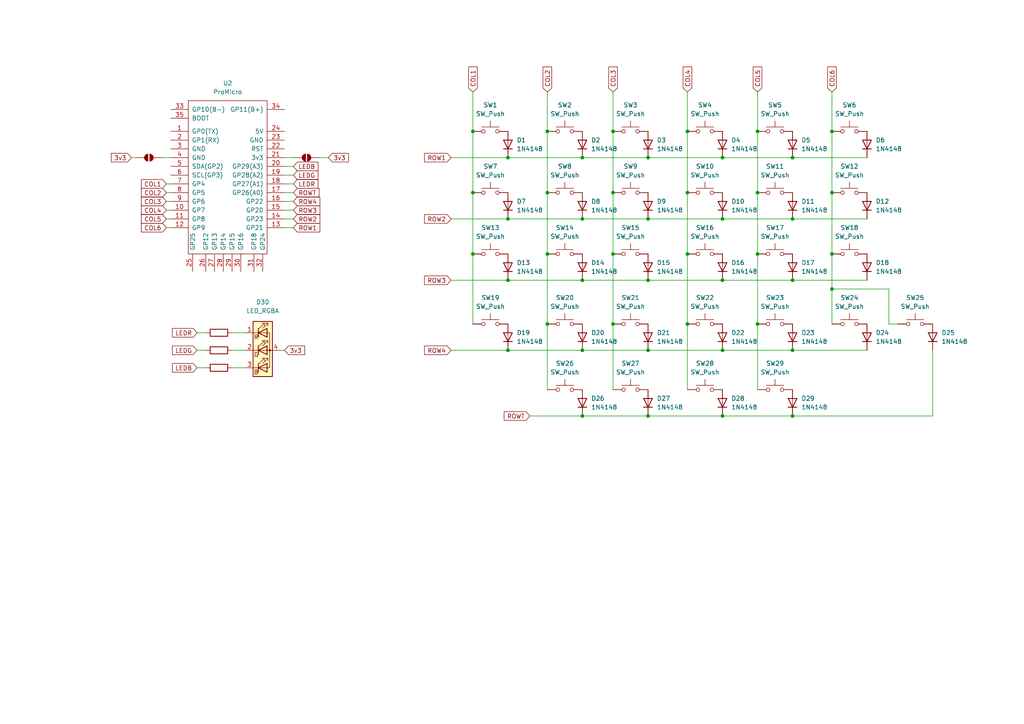
<source format=kicad_sch>
(kicad_sch (version 20250114) (generator "eeschema") (generator_version "9.0")
  (paper "A4")
  (lib_symbols
    (symbol "Device:LED_RGBA" (pin_names (offset 0) (hide yes))
      (property "Reference" "D" (at 0 9.398 0))
      (property "Value" "LED_RGBA" (at 0 -8.89 0))
      (symbol "LED_RGBA_0_0"
        (text "R" (at -1.905 3.81 0) (effects (font (size 1.27 1.27))))
        (text "G" (at -1.905 -1.27 0) (effects (font (size 1.27 1.27))))
        (text "B" (at -1.905 -6.35 0) (effects (font (size 1.27 1.27))))
      )
      (symbol "LED_RGBA_0_1"
        (polyline (pts (xy -1.27 6.35) (xy -1.27 3.81)) (stroke (width 0.254)))
        (polyline (pts (xy -1.27 6.35) (xy -1.27 3.81) (xy -1.27 3.81)))
        (polyline (pts (xy -1.27 5.08) (xy -2.54 5.08)))
        (polyline (pts (xy -1.27 5.08) (xy 1.27 5.08)))
        (polyline (pts (xy -1.27 1.27) (xy -1.27 -1.27)) (stroke (width 0.254)))
        (polyline (pts (xy -1.27 1.27) (xy -1.27 -1.27) (xy -1.27 -1.27)))
        (polyline (pts (xy -1.27 0) (xy -2.54 0)))
        (polyline (pts (xy -1.27 -3.81) (xy -1.27 -6.35)) (stroke (width 0.254)))
        (polyline (pts (xy -1.27 -5.08) (xy -2.54 -5.08)))
        (polyline (pts (xy -1.27 -5.08) (xy 1.27 -5.08)))
        (polyline (pts (xy -1.016 6.35) (xy 0.508 7.874) (xy -0.254 7.874) (xy 0.508 7.874) (xy 0.508 7.112)))
        (polyline (pts (xy -1.016 1.27) (xy 0.508 2.794) (xy -0.254 2.794) (xy 0.508 2.794) (xy 0.508 2.032)))
        (polyline (pts (xy -1.016 -3.81) (xy 0.508 -2.286) (xy -0.254 -2.286) (xy 0.508 -2.286) (xy 0.508 -3.048)))
        (polyline (pts (xy 0 6.35) (xy 1.524 7.874) (xy 0.762 7.874) (xy 1.524 7.874) (xy 1.524 7.112)))
        (polyline (pts (xy 0 1.27) (xy 1.524 2.794) (xy 0.762 2.794) (xy 1.524 2.794) (xy 1.524 2.032)))
        (polyline (pts (xy 0 -3.81) (xy 1.524 -2.286) (xy 0.762 -2.286) (xy 1.524 -2.286) (xy 1.524 -3.048)))
        (polyline (pts (xy 1.27 6.35) (xy 1.27 3.81) (xy -1.27 5.08) (xy 1.27 6.35)) (stroke (width 0.254)))
        (rectangle (start 1.27 6.35) (end 1.27 6.35))
        (rectangle (start 1.27 3.81) (end 1.27 6.35))
        (polyline (pts (xy 1.27 1.27) (xy 1.27 -1.27) (xy -1.27 0) (xy 1.27 1.27)) (stroke (width 0.254)))
        (rectangle (start 1.27 1.27) (end 1.27 1.27))
        (polyline (pts (xy 1.27 0) (xy -1.27 0)))
        (polyline (pts (xy 1.27 0) (xy 2.54 0)))
        (rectangle (start 1.27 -1.27) (end 1.27 1.27))
        (polyline (pts (xy 1.27 -3.81) (xy 1.27 -6.35) (xy -1.27 -5.08) (xy 1.27 -3.81)) (stroke (width 0.254)))
        (polyline (pts (xy 1.27 -5.08) (xy 2.032 -5.08) (xy 2.032 5.08) (xy 1.27 5.08)))
        (circle (center 2.032 0) (radius 0.254) (fill (type outline)))
        (rectangle (start 2.794 8.382) (end -2.794 -7.62) (stroke (width 0.254)) (fill (type background)))
      )
      (symbol "LED_RGBA_1_1"
        (pin passive line (at -5.08 5.08 0) (length 2.54) (name "RK") (number "1"))
        (pin passive line (at -5.08 0 0) (length 2.54) (name "GK") (number "2"))
        (pin passive line (at -5.08 -5.08 0) (length 2.54) (name "BK") (number "3"))
        (pin passive line (at 5.08 0 180) (length 2.54) (name "A") (number "4"))
      )
    )
    (symbol "Device:R" (pin_numbers (hide yes)) (pin_names (offset 0))
      (property "Reference" "R" (at 2.032 0 90))
      (property "Value" "R" (at 0 0 90))
      (symbol "R_0_1"
        (rectangle (start -1.016 -2.54) (end 1.016 2.54) (stroke (width 0.254)))
      )
      (symbol "R_1_1"
        (pin passive line (at 0 3.81 270) (length 1.27) (name "~") (number "1"))
        (pin passive line (at 0 -3.81 90) (length 1.27) (name "~") (number "2"))
      )
    )
    (symbol "Diode:1N4148" (pin_numbers (hide yes)) (pin_names (hide yes))
      (property "Reference" "D" (at 0 2.54 0))
      (property "Value" "1N4148" (at 0 -2.54 0))
      (symbol "1N4148_0_1"
        (polyline (pts (xy -1.27 1.27) (xy -1.27 -1.27)) (stroke (width 0.254)))
        (polyline (pts (xy 1.27 1.27) (xy 1.27 -1.27) (xy -1.27 0) (xy 1.27 1.27)) (stroke (width 0.254)))
        (polyline (pts (xy 1.27 0) (xy -1.27 0)))
      )
      (symbol "1N4148_1_1"
        (pin passive line (at -3.81 0 0) (length 2.54) (name "K") (number "1"))
        (pin passive line (at 3.81 0 180) (length 2.54) (name "A") (number "2"))
      )
    )
    (symbol "Jumper:SolderJumper_2_Open" (pin_numbers (hide yes)) (pin_names (offset 0) (hide yes)) (in_bom no)
      (property "Reference" "JP" (at 0 2.032 0))
      (property "Value" "SolderJumper_2_Open" (at 0 -2.54 0))
      (symbol "SolderJumper_2_Open_0_1"
        (polyline (pts (xy -0.254 1.016) (xy -0.254 -1.016)))
        (arc (start -0.254 -1.016) (mid -1.2656 0) (end -0.254 1.016))
        (arc (start -0.254 -1.016) (mid -1.2656 0) (end -0.254 1.016) (fill (type outline)))
        (arc (start 0.254 1.016) (mid 1.2656 0) (end 0.254 -1.016))
        (arc (start 0.254 1.016) (mid 1.2656 0) (end 0.254 -1.016) (fill (type outline)))
        (polyline (pts (xy 0.254 1.016) (xy 0.254 -1.016)))
      )
      (symbol "SolderJumper_2_Open_1_1"
        (pin passive line (at -3.81 0 0) (length 2.54) (name "A") (number "1"))
        (pin passive line (at 3.81 0 180) (length 2.54) (name "B") (number "2"))
      )
    )
    (symbol "Switch:SW_Push" (pin_numbers (hide yes)) (pin_names (offset 1.016) (hide yes))
      (property "Reference" "SW" (at 1.27 2.54 0))
      (property "Value" "SW_Push" (at 0 -1.524 0))
      (symbol "SW_Push_0_1"
        (circle (center -2.032 0) (radius 0.508))
        (polyline (pts (xy 0 1.27) (xy 0 3.048)))
        (circle (center 2.032 0) (radius 0.508))
        (polyline (pts (xy 2.54 1.27) (xy -2.54 1.27)))
        (pin passive line (at -5.08 0 0) (length 2.54) (name "1") (number "1"))
        (pin passive line (at 5.08 0 180) (length 2.54) (name "2") (number "2"))
      )
    )
    (symbol "theonepromicro:ProMicro_2-Lily58-cache" (pin_names (offset 1.016))
      (property "Reference" "U1" (at 0 27.2034 0))
      (property "Value" "ProMicro" (at 0 24.892 0))
      (symbol "ProMicro_2-Lily58-cache_0_1"
        (rectangle (start -11.43 22.86) (end 11.43 -21.59))
      )
      (symbol "ProMicro_2-Lily58-cache_1_1"
        (pin input line (at -16.51 20.32 0) (length 5.08) (name "GP10(B-)") (number "33"))
        (pin input line (at -16.51 17.78 0) (length 5.08) (name "BOOT") (number "35"))
        (pin input line (at -16.51 13.97 0) (length 5.08) (name "GP0(TX)") (number "1"))
        (pin input line (at -16.51 11.43 0) (length 5.08) (name "GP1(RX)") (number "2"))
        (pin input line (at -16.51 8.89 0) (length 5.08) (name "GND") (number "3"))
        (pin input line (at -16.51 6.35 0) (length 5.08) (name "GND") (number "4"))
        (pin input line (at -16.51 3.81 0) (length 5.08) (name "SDA(GP2)") (number "5"))
        (pin input line (at -16.51 1.27 0) (length 5.08) (name "SCL(GP3)") (number "6"))
        (pin input line (at -16.51 -1.27 0) (length 5.08) (name "GP4") (number "7"))
        (pin input line (at -16.51 -3.81 0) (length 5.08) (name "GP5") (number "8"))
        (pin input line (at -16.51 -6.35 0) (length 5.08) (name "GP6") (number "9"))
        (pin input line (at -16.51 -8.89 0) (length 5.08) (name "GP7") (number "10"))
        (pin input line (at -16.51 -11.43 0) (length 5.08) (name "GP8") (number "11"))
        (pin input line (at -16.51 -13.97 0) (length 5.08) (name "GP9") (number "12"))
        (pin input line (at -10.16 -26.67 90) (length 5.08) (name "GP25") (number "25"))
        (pin input line (at -6.35 -26.67 90) (length 5.08) (name "GP12") (number "26"))
        (pin input line (at -3.81 -26.67 90) (length 5.08) (name "GP13") (number "27"))
        (pin input line (at -1.27 -26.67 90) (length 5.08) (name "GP14") (number "28"))
        (pin input line (at 1.27 -26.67 90) (length 5.08) (name "GP15") (number "29"))
        (pin input line (at 3.81 -26.67 90) (length 5.08) (name "GP16") (number "30"))
        (pin input line (at 7.62 -26.67 90) (length 5.08) (name "GP18") (number "31"))
        (pin input line (at 10.16 -26.67 90) (length 5.08) (name "GP24") (number "32"))
        (pin input line (at 16.51 20.32 180) (length 5.08) (name "GP11(B+)") (number "34"))
        (pin input line (at 16.51 13.97 180) (length 5.08) (name "5V") (number "24"))
        (pin input line (at 16.51 11.43 180) (length 5.08) (name "GND") (number "23"))
        (pin input line (at 16.51 8.89 180) (length 5.08) (name "RST") (number "22"))
        (pin input line (at 16.51 6.35 180) (length 5.08) (name "3v3") (number "21"))
        (pin input line (at 16.51 3.81 180) (length 5.08) (name "GP29(A3)") (number "20"))
        (pin input line (at 16.51 1.27 180) (length 5.08) (name "GP28(A2)") (number "19"))
        (pin input line (at 16.51 -1.27 180) (length 5.08) (name "GP27(A1)") (number "18"))
        (pin input line (at 16.51 -3.81 180) (length 5.08) (name "GP26(A0)") (number "17"))
        (pin input line (at 16.51 -6.35 180) (length 5.08) (name "GP22") (number "16"))
        (pin input line (at 16.51 -8.89 180) (length 5.08) (name "GP20") (number "15"))
        (pin input line (at 16.51 -11.43 180) (length 5.08) (name "GP23") (number "14"))
        (pin input line (at 16.51 -13.97 180) (length 5.08) (name "GP21") (number "13"))
      )
    )
  )
  (junction (at 241.3 38.1))
  (junction (at 241.3 73.66))
  (junction (at 219.71 55.88))
  (junction (at 229.87 45.72))
  (junction (at 187.96 81.28))
  (junction (at 209.55 81.28))
  (junction (at 187.96 120.65))
  (junction (at 229.87 63.5))
  (junction (at 168.91 101.6))
  (junction (at 137.16 55.88))
  (junction (at 177.8 93.98))
  (junction (at 229.87 120.65))
  (junction (at 158.75 73.66))
  (junction (at 209.55 63.5))
  (junction (at 177.8 73.66))
  (junction (at 229.87 101.6))
  (junction (at 147.32 63.5))
  (junction (at 187.96 63.5))
  (junction (at 199.39 55.88))
  (junction (at 168.91 63.5))
  (junction (at 137.16 73.66))
  (junction (at 147.32 81.28))
  (junction (at 199.39 38.1))
  (junction (at 177.8 38.1))
  (junction (at 158.75 38.1))
  (junction (at 187.96 101.6))
  (junction (at 209.55 120.65))
  (junction (at 158.75 55.88))
  (junction (at 168.91 120.65))
  (junction (at 209.55 101.6))
  (junction (at 147.32 101.6))
  (junction (at 219.71 73.66))
  (junction (at 199.39 73.66))
  (junction (at 147.32 45.72))
  (junction (at 158.75 93.98))
  (junction (at 199.39 93.98))
  (junction (at 168.91 45.72))
  (junction (at 241.3 55.88))
  (junction (at 229.87 81.28))
  (junction (at 168.91 81.28))
  (junction (at 209.55 45.72))
  (junction (at 241.3 83.82))
  (junction (at 177.8 55.88))
  (junction (at 219.71 38.1))
  (junction (at 137.16 38.1))
  (junction (at 219.71 93.98))
  (junction (at 187.96 45.72))
  (wire (pts (xy 48.26 58.42) (xy 49.53 58.42)))
  (wire (pts (xy 209.55 101.6) (xy 229.87 101.6)))
  (wire (pts (xy 260.35 93.98) (xy 257.81 93.98)))
  (wire (pts (xy 147.32 45.72) (xy 168.91 45.72)))
  (wire (pts (xy 187.96 45.72) (xy 209.55 45.72)))
  (wire (pts (xy 147.32 45.72) (xy 130.81 45.72)))
  (wire (pts (xy 158.75 93.98) (xy 158.75 113.03)))
  (wire (pts (xy 67.31 101.6) (xy 71.12 101.6)))
  (wire (pts (xy 85.09 66.04) (xy 82.55 66.04)))
  (wire (pts (xy 147.32 101.6) (xy 168.91 101.6)))
  (wire (pts (xy 219.71 55.88) (xy 219.71 73.66)))
  (wire (pts (xy 187.96 101.6) (xy 209.55 101.6)))
  (wire (pts (xy 67.31 106.68) (xy 71.12 106.68)))
  (wire (pts (xy 48.26 66.04) (xy 49.53 66.04)))
  (wire (pts (xy 38.1 45.72) (xy 39.37 45.72)))
  (wire (pts (xy 199.39 93.98) (xy 199.39 113.03)))
  (wire (pts (xy 177.8 26.67) (xy 177.8 38.1)))
  (wire (pts (xy 177.8 93.98) (xy 177.8 113.03)))
  (wire (pts (xy 57.15 101.6) (xy 59.69 101.6)))
  (wire (pts (xy 209.55 81.28) (xy 229.87 81.28)))
  (wire (pts (xy 137.16 38.1) (xy 137.16 55.88)))
  (wire (pts (xy 219.71 93.98) (xy 219.71 113.03)))
  (wire (pts (xy 199.39 55.88) (xy 199.39 73.66)))
  (wire (pts (xy 241.3 26.67) (xy 241.3 38.1)))
  (wire (pts (xy 229.87 63.5) (xy 251.46 63.5)))
  (wire (pts (xy 199.39 38.1) (xy 199.39 55.88)))
  (wire (pts (xy 168.91 45.72) (xy 187.96 45.72)))
  (wire (pts (xy 209.55 63.5) (xy 229.87 63.5)))
  (wire (pts (xy 241.3 55.88) (xy 241.3 73.66)))
  (wire (pts (xy 168.91 81.28) (xy 187.96 81.28)))
  (wire (pts (xy 270.51 101.6) (xy 270.51 120.65)))
  (wire (pts (xy 85.09 53.34) (xy 82.55 53.34)))
  (wire (pts (xy 177.8 55.88) (xy 177.8 73.66)))
  (wire (pts (xy 48.26 53.34) (xy 49.53 53.34)))
  (wire (pts (xy 48.26 60.96) (xy 49.53 60.96)))
  (wire (pts (xy 147.32 81.28) (xy 168.91 81.28)))
  (wire (pts (xy 137.16 73.66) (xy 137.16 93.98)))
  (wire (pts (xy 147.32 101.6) (xy 130.81 101.6)))
  (wire (pts (xy 209.55 120.65) (xy 229.87 120.65)))
  (wire (pts (xy 257.81 83.82) (xy 241.3 83.82)))
  (wire (pts (xy 229.87 101.6) (xy 251.46 101.6)))
  (wire (pts (xy 241.3 83.82) (xy 241.3 93.98)))
  (wire (pts (xy 153.67 120.65) (xy 168.91 120.65)))
  (wire (pts (xy 95.25 45.72) (xy 92.71 45.72)))
  (wire (pts (xy 85.09 58.42) (xy 82.55 58.42)))
  (wire (pts (xy 241.3 38.1) (xy 241.3 55.88)))
  (wire (pts (xy 241.3 73.66) (xy 241.3 83.82)))
  (wire (pts (xy 229.87 81.28) (xy 251.46 81.28)))
  (wire (pts (xy 57.15 96.52) (xy 59.69 96.52)))
  (wire (pts (xy 187.96 81.28) (xy 209.55 81.28)))
  (wire (pts (xy 82.55 101.6) (xy 81.28 101.6)))
  (wire (pts (xy 199.39 73.66) (xy 199.39 93.98)))
  (wire (pts (xy 187.96 63.5) (xy 209.55 63.5)))
  (wire (pts (xy 177.8 73.66) (xy 177.8 93.98)))
  (wire (pts (xy 147.32 63.5) (xy 130.81 63.5)))
  (wire (pts (xy 85.09 55.88) (xy 82.55 55.88)))
  (wire (pts (xy 85.09 60.96) (xy 82.55 60.96)))
  (wire (pts (xy 209.55 45.72) (xy 229.87 45.72)))
  (wire (pts (xy 168.91 101.6) (xy 187.96 101.6)))
  (wire (pts (xy 57.15 106.68) (xy 59.69 106.68)))
  (wire (pts (xy 48.26 63.5) (xy 49.53 63.5)))
  (wire (pts (xy 158.75 38.1) (xy 158.75 55.88)))
  (wire (pts (xy 229.87 45.72) (xy 251.46 45.72)))
  (wire (pts (xy 46.99 45.72) (xy 49.53 45.72)))
  (wire (pts (xy 85.09 63.5) (xy 82.55 63.5)))
  (wire (pts (xy 257.81 93.98) (xy 257.81 83.82)))
  (wire (pts (xy 82.55 50.8) (xy 85.09 50.8)))
  (wire (pts (xy 177.8 38.1) (xy 177.8 55.88)))
  (wire (pts (xy 48.26 55.88) (xy 49.53 55.88)))
  (wire (pts (xy 199.39 26.67) (xy 199.39 38.1)))
  (wire (pts (xy 137.16 26.67) (xy 137.16 38.1)))
  (wire (pts (xy 85.09 48.26) (xy 82.55 48.26)))
  (wire (pts (xy 270.51 120.65) (xy 229.87 120.65)))
  (wire (pts (xy 168.91 63.5) (xy 187.96 63.5)))
  (wire (pts (xy 187.96 120.65) (xy 209.55 120.65)))
  (wire (pts (xy 147.32 81.28) (xy 130.81 81.28)))
  (wire (pts (xy 158.75 73.66) (xy 158.75 93.98)))
  (wire (pts (xy 158.75 26.67) (xy 158.75 38.1)))
  (wire (pts (xy 219.71 73.66) (xy 219.71 93.98)))
  (wire (pts (xy 85.09 45.72) (xy 82.55 45.72)))
  (wire (pts (xy 67.31 96.52) (xy 71.12 96.52)))
  (wire (pts (xy 137.16 73.66) (xy 137.16 55.88)))
  (wire (pts (xy 147.32 63.5) (xy 168.91 63.5)))
  (wire (pts (xy 187.96 120.65) (xy 168.91 120.65)))
  (wire (pts (xy 158.75 55.88) (xy 158.75 73.66)))
  (wire (pts (xy 219.71 26.67) (xy 219.71 38.1)))
  (wire (pts (xy 219.71 38.1) (xy 219.71 55.88)))
  (global_label "LEDR" (shape input) (at 85.09 53.34 0) (property "Intersheetrefs" "${INTERSHEET_REFS}" (effects (hide yes))))
  (global_label "COL5" (shape input) (at 219.71 26.67 90) (property "Intersheetrefs" "${INTERSHEET_REFS}" (effects (hide yes))))
  (global_label "ROW3" (shape input) (at 85.09 60.96 0) (property "Intersheetrefs" "${INTERSHEET_REFS}" (effects (hide yes))))
  (global_label "ROW3" (shape input) (at 130.81 81.28 180) (property "Intersheetrefs" "${INTERSHEET_REFS}" (effects (hide yes))))
  (global_label "ROW2" (shape input) (at 85.09 63.5 0) (property "Intersheetrefs" "${INTERSHEET_REFS}" (effects (hide yes))))
  (global_label "COL4" (shape input) (at 199.39 26.67 90) (property "Intersheetrefs" "${INTERSHEET_REFS}" (effects (hide yes))))
  (global_label "LEDG" (shape input) (at 57.15 101.6 180) (property "Intersheetrefs" "${INTERSHEET_REFS}" (effects (hide yes))))
  (global_label "COL6" (shape input) (at 48.26 66.04 180) (property "Intersheetrefs" "${INTERSHEET_REFS}" (effects (hide yes))))
  (global_label "LEDB" (shape input) (at 85.09 48.26 0) (property "Intersheetrefs" "${INTERSHEET_REFS}" (effects (hide yes))))
  (global_label "COL2" (shape input) (at 158.75 26.67 90) (property "Intersheetrefs" "${INTERSHEET_REFS}" (effects (hide yes))))
  (global_label "3v3" (shape input) (at 95.25 45.72 0) (property "Intersheetrefs" "${INTERSHEET_REFS}" (effects (hide yes))))
  (global_label "ROWT" (shape input) (at 153.67 120.65 180) (property "Intersheetrefs" "${INTERSHEET_REFS}" (effects (hide yes))))
  (global_label "COL1" (shape input) (at 48.26 53.34 180) (property "Intersheetrefs" "${INTERSHEET_REFS}" (effects (hide yes))))
  (global_label "COL2" (shape input) (at 48.26 55.88 180) (property "Intersheetrefs" "${INTERSHEET_REFS}" (effects (hide yes))))
  (global_label "LEDR" (shape input) (at 57.15 96.52 180) (property "Intersheetrefs" "${INTERSHEET_REFS}" (effects (hide yes))))
  (global_label "LEDB" (shape input) (at 57.15 106.68 180) (property "Intersheetrefs" "${INTERSHEET_REFS}" (effects (hide yes))))
  (global_label "COL6" (shape input) (at 241.3 26.67 90) (property "Intersheetrefs" "${INTERSHEET_REFS}" (effects (hide yes))))
  (global_label "COL3" (shape input) (at 48.26 58.42 180) (property "Intersheetrefs" "${INTERSHEET_REFS}" (effects (hide yes))))
  (global_label "ROW4" (shape input) (at 130.81 101.6 180) (property "Intersheetrefs" "${INTERSHEET_REFS}" (effects (hide yes))))
  (global_label "ROW1" (shape input) (at 85.09 66.04 0) (property "Intersheetrefs" "${INTERSHEET_REFS}" (effects (hide yes))))
  (global_label "COL1" (shape input) (at 137.16 26.67 90) (property "Intersheetrefs" "${INTERSHEET_REFS}" (effects (hide yes))))
  (global_label "3v3" (shape input) (at 38.1 45.72 180) (property "Intersheetrefs" "${INTERSHEET_REFS}" (effects (hide yes))))
  (global_label "LEDG" (shape input) (at 85.09 50.8 0) (property "Intersheetrefs" "${INTERSHEET_REFS}" (effects (hide yes))))
  (global_label "ROWT" (shape input) (at 85.09 55.88 0) (property "Intersheetrefs" "${INTERSHEET_REFS}" (effects (hide yes))))
  (global_label "ROW4" (shape input) (at 85.09 58.42 0) (property "Intersheetrefs" "${INTERSHEET_REFS}" (effects (hide yes))))
  (global_label "COL3" (shape input) (at 177.8 26.67 90) (property "Intersheetrefs" "${INTERSHEET_REFS}" (effects (hide yes))))
  (global_label "COL5" (shape input) (at 48.26 63.5 180) (property "Intersheetrefs" "${INTERSHEET_REFS}" (effects (hide yes))))
  (global_label "ROW1" (shape input) (at 130.81 45.72 180) (property "Intersheetrefs" "${INTERSHEET_REFS}" (effects (hide yes))))
  (global_label "ROW2" (shape input) (at 130.81 63.5 180) (property "Intersheetrefs" "${INTERSHEET_REFS}" (effects (hide yes))))
  (global_label "COL4" (shape input) (at 48.26 60.96 180) (property "Intersheetrefs" "${INTERSHEET_REFS}" (effects (hide yes))))
  (global_label "3v3" (shape input) (at 82.55 101.6 0) (property "Intersheetrefs" "${INTERSHEET_REFS}" (effects (hide yes))))
  (symbol (lib_id "Switch:SW_Push") (at 224.79 113.03 0) (unit 1)
    (property "Reference" "SW29" (at 224.79 105.41 0))
    (property "Value" "SW_Push" (at 224.79 107.95 0))
    (property "Footprint" "key-switches:SW_Kailh_Choc_V1V2_THT_Hybrid_doubleside" (effects (hide yes)))
    (property "Description" "Push button switch, generic, two pins" (effects (hide yes)))
  )
  (symbol (lib_id "Diode:1N4148") (at 229.87 59.69 90) (unit 1)
    (property "Reference" "D11" (at 232.41 58.4199 90) (effects (justify right)))
    (property "Value" "1N4148" (at 232.41 60.9599 90) (effects (justify right)))
    (property "Footprint" "Diode_THT:D_DO-35_SOD27_P7.62mm_Horizontal" (effects (hide yes)))
    (property "Datasheet" "https://assets.nexperia.com/documents/data-sheet/1N4148_1N4448.pdf" (effects (hide yes)))
    (property "Description" "100V 0.15A standard switching diode, DO-35" (effects (hide yes)))
    (property "Sim.Device" "D" (effects (hide yes)))
    (property "Sim.Pins" "1=K 2=A" (effects (hide yes)))
  )
  (symbol (lib_id "Diode:1N4148") (at 209.55 77.47 90) (unit 1)
    (property "Reference" "D16" (at 212.09 76.1999 90) (effects (justify right)))
    (property "Value" "1N4148" (at 212.09 78.7399 90) (effects (justify right)))
    (property "Footprint" "Diode_THT:D_DO-35_SOD27_P7.62mm_Horizontal" (effects (hide yes)))
    (property "Datasheet" "https://assets.nexperia.com/documents/data-sheet/1N4148_1N4448.pdf" (effects (hide yes)))
    (property "Description" "100V 0.15A standard switching diode, DO-35" (effects (hide yes)))
    (property "Sim.Device" "D" (effects (hide yes)))
    (property "Sim.Pins" "1=K 2=A" (effects (hide yes)))
  )
  (symbol (lib_id "Jumper:SolderJumper_2_Open") (at 43.18 45.72 180) (unit 1) (in_bom no)
    (property "Reference" "JP1" (effects (hide yes)))
    (property "Value" "SolderJumper_2_Open" (effects (hide yes)))
    (property "Footprint" "Jumper:SolderJumper-2_P1.3mm_Open_RoundedPad1.0x1.5mm" (effects (hide yes)))
    (property "Description" "Solder Jumper, 2-pole, open" (effects (hide yes)))
  )
  (symbol (lib_id "Diode:1N4148") (at 147.32 59.69 90) (unit 1)
    (property "Reference" "D7" (at 149.86 58.4199 90) (effects (justify right)))
    (property "Value" "1N4148" (at 149.86 60.9599 90) (effects (justify right)))
    (property "Footprint" "Diode_THT:D_DO-35_SOD27_P7.62mm_Horizontal" (effects (hide yes)))
    (property "Datasheet" "https://assets.nexperia.com/documents/data-sheet/1N4148_1N4448.pdf" (effects (hide yes)))
    (property "Description" "100V 0.15A standard switching diode, DO-35" (effects (hide yes)))
    (property "Sim.Device" "D" (effects (hide yes)))
    (property "Sim.Pins" "1=K 2=A" (effects (hide yes)))
  )
  (symbol (lib_id "Switch:SW_Push") (at 182.88 93.98 0) (mirror y) (unit 1)
    (property "Reference" "SW21" (at 182.88 86.36 0))
    (property "Value" "SW_Push" (at 182.88 88.9 0))
    (property "Footprint" "key-switches:SW_Kailh_Choc_V1V2_THT_Hybrid_doubleside" (effects (hide yes)))
    (property "Description" "Push button switch, generic, two pins" (effects (hide yes)))
  )
  (symbol (lib_id "Diode:1N4148") (at 187.96 97.79 90) (unit 1)
    (property "Reference" "D21" (at 190.5 96.5199 90) (effects (justify right)))
    (property "Value" "1N4148" (at 190.5 99.0599 90) (effects (justify right)))
    (property "Footprint" "Diode_THT:D_DO-35_SOD27_P7.62mm_Horizontal" (effects (hide yes)))
    (property "Datasheet" "https://assets.nexperia.com/documents/data-sheet/1N4148_1N4448.pdf" (effects (hide yes)))
    (property "Description" "100V 0.15A standard switching diode, DO-35" (effects (hide yes)))
    (property "Sim.Device" "D" (effects (hide yes)))
    (property "Sim.Pins" "1=K 2=A" (effects (hide yes)))
  )
  (symbol (lib_id "Device:R") (at 63.5 101.6 270) (mirror x) (unit 1)
    (property "Reference" "R2" (effects (hide yes)))
    (property "Value" "R" (effects (hide yes)))
    (property "Footprint" "Resistor_THT:R_Axial_DIN0204_L3.6mm_D1.6mm_P7.62mm_Horizontal" (effects (hide yes)))
    (property "Description" "Resistor" (effects (hide yes)))
  )
  (symbol (lib_id "Switch:SW_Push") (at 142.24 38.1 0) (mirror y) (unit 1)
    (property "Reference" "SW1" (at 142.24 30.48 0))
    (property "Value" "SW_Push" (at 142.24 33.02 0))
    (property "Footprint" "key-switches:SW_Kailh_Choc_V1V2_THT_Hybrid_doubleside" (effects (hide yes)))
    (property "Description" "Push button switch, generic, two pins" (effects (hide yes)))
  )
  (symbol (lib_id "Switch:SW_Push") (at 204.47 55.88 0) (mirror y) (unit 1)
    (property "Reference" "SW10" (at 204.47 48.26 0))
    (property "Value" "SW_Push" (at 204.47 50.8 0))
    (property "Footprint" "key-switches:SW_Kailh_Choc_V1V2_THT_Hybrid_doubleside" (effects (hide yes)))
    (property "Description" "Push button switch, generic, two pins" (effects (hide yes)))
  )
  (symbol (lib_id "Diode:1N4148") (at 229.87 97.79 90) (unit 1)
    (property "Reference" "D23" (at 232.41 96.5199 90) (effects (justify right)))
    (property "Value" "1N4148" (at 232.41 99.0599 90) (effects (justify right)))
    (property "Footprint" "Diode_THT:D_DO-35_SOD27_P7.62mm_Horizontal" (effects (hide yes)))
    (property "Datasheet" "https://assets.nexperia.com/documents/data-sheet/1N4148_1N4448.pdf" (effects (hide yes)))
    (property "Description" "100V 0.15A standard switching diode, DO-35" (effects (hide yes)))
    (property "Sim.Device" "D" (effects (hide yes)))
    (property "Sim.Pins" "1=K 2=A" (effects (hide yes)))
  )
  (symbol (lib_id "Switch:SW_Push") (at 182.88 38.1 0) (mirror y) (unit 1)
    (property "Reference" "SW3" (at 182.88 30.48 0))
    (property "Value" "SW_Push" (at 182.88 33.02 0))
    (property "Footprint" "key-switches:SW_Kailh_Choc_V1V2_THT_Hybrid_doubleside" (effects (hide yes)))
    (property "Description" "Push button switch, generic, two pins" (effects (hide yes)))
  )
  (symbol (lib_id "Switch:SW_Push") (at 182.88 113.03 0) (unit 1)
    (property "Reference" "SW27" (at 182.88 105.41 0))
    (property "Value" "SW_Push" (at 182.88 107.95 0))
    (property "Footprint" "key-switches:SW_Kailh_Choc_V1V2_THT_Hybrid_doubleside" (effects (hide yes)))
    (property "Description" "Push button switch, generic, two pins" (effects (hide yes)))
  )
  (symbol (lib_id "Device:R") (at 63.5 96.52 270) (mirror x) (unit 1)
    (property "Reference" "R1" (effects (hide yes)))
    (property "Value" "R" (effects (hide yes)))
    (property "Footprint" "Resistor_THT:R_Axial_DIN0204_L3.6mm_D1.6mm_P7.62mm_Horizontal" (effects (hide yes)))
    (property "Description" "Resistor" (effects (hide yes)))
  )
  (symbol (lib_id "Device:R") (at 63.5 106.68 270) (mirror x) (unit 1)
    (property "Reference" "R3" (effects (hide yes)))
    (property "Value" "R" (effects (hide yes)))
    (property "Footprint" "Resistor_THT:R_Axial_DIN0204_L3.6mm_D1.6mm_P7.62mm_Horizontal" (effects (hide yes)))
    (property "Description" "Resistor" (effects (hide yes)))
  )
  (symbol (lib_id "Diode:1N4148") (at 209.55 97.79 90) (unit 1)
    (property "Reference" "D22" (at 212.09 96.5199 90) (effects (justify right)))
    (property "Value" "1N4148" (at 212.09 99.0599 90) (effects (justify right)))
    (property "Footprint" "Diode_THT:D_DO-35_SOD27_P7.62mm_Horizontal" (effects (hide yes)))
    (property "Datasheet" "https://assets.nexperia.com/documents/data-sheet/1N4148_1N4448.pdf" (effects (hide yes)))
    (property "Description" "100V 0.15A standard switching diode, DO-35" (effects (hide yes)))
    (property "Sim.Device" "D" (effects (hide yes)))
    (property "Sim.Pins" "1=K 2=A" (effects (hide yes)))
  )
  (symbol (lib_id "Switch:SW_Push") (at 182.88 73.66 0) (mirror y) (unit 1)
    (property "Reference" "SW15" (at 182.88 66.04 0))
    (property "Value" "SW_Push" (at 182.88 68.58 0))
    (property "Footprint" "key-switches:SW_Kailh_Choc_V1V2_THT_Hybrid_doubleside" (effects (hide yes)))
    (property "Description" "Push button switch, generic, two pins" (effects (hide yes)))
  )
  (symbol (lib_id "Switch:SW_Push") (at 265.43 93.98 0) (mirror y) (unit 1)
    (property "Reference" "SW25" (at 265.43 86.36 0))
    (property "Value" "SW_Push" (at 265.43 88.9 0))
    (property "Footprint" "key-switches:SW_Kailh_Choc_V1V2_THT_Hybrid_doubleside" (effects (hide yes)))
    (property "Description" "Push button switch, generic, two pins" (effects (hide yes)))
  )
  (symbol (lib_id "Diode:1N4148") (at 168.91 116.84 90) (unit 1)
    (property "Reference" "D26" (at 171.45 115.5699 90) (effects (justify right)))
    (property "Value" "1N4148" (at 171.45 118.1099 90) (effects (justify right)))
    (property "Footprint" "Diode_THT:D_DO-35_SOD27_P7.62mm_Horizontal" (effects (hide yes)))
    (property "Datasheet" "https://assets.nexperia.com/documents/data-sheet/1N4148_1N4448.pdf" (effects (hide yes)))
    (property "Description" "100V 0.15A standard switching diode, DO-35" (effects (hide yes)))
    (property "Sim.Device" "D" (effects (hide yes)))
    (property "Sim.Pins" "1=K 2=A" (effects (hide yes)))
  )
  (symbol (lib_id "Switch:SW_Push") (at 224.79 93.98 0) (mirror y) (unit 1)
    (property "Reference" "SW23" (at 224.79 86.36 0))
    (property "Value" "SW_Push" (at 224.79 88.9 0))
    (property "Footprint" "key-switches:SW_Kailh_Choc_V1V2_THT_Hybrid_doubleside" (effects (hide yes)))
    (property "Description" "Push button switch, generic, two pins" (effects (hide yes)))
  )
  (symbol (lib_id "Diode:1N4148") (at 229.87 41.91 90) (unit 1)
    (property "Reference" "D5" (at 232.41 40.6399 90) (effects (justify right)))
    (property "Value" "1N4148" (at 232.41 43.1799 90) (effects (justify right)))
    (property "Footprint" "Diode_THT:D_DO-35_SOD27_P7.62mm_Horizontal" (effects (hide yes)))
    (property "Datasheet" "https://assets.nexperia.com/documents/data-sheet/1N4148_1N4448.pdf" (effects (hide yes)))
    (property "Description" "100V 0.15A standard switching diode, DO-35" (effects (hide yes)))
    (property "Sim.Device" "D" (effects (hide yes)))
    (property "Sim.Pins" "1=K 2=A" (effects (hide yes)))
  )
  (symbol (lib_id "Diode:1N4148") (at 251.46 41.91 90) (unit 1)
    (property "Reference" "D6" (at 254 40.6399 90) (effects (justify right)))
    (property "Value" "1N4148" (at 254 43.1799 90) (effects (justify right)))
    (property "Footprint" "Diode_THT:D_DO-35_SOD27_P7.62mm_Horizontal" (effects (hide yes)))
    (property "Datasheet" "https://assets.nexperia.com/documents/data-sheet/1N4148_1N4448.pdf" (effects (hide yes)))
    (property "Description" "100V 0.15A standard switching diode, DO-35" (effects (hide yes)))
    (property "Sim.Device" "D" (effects (hide yes)))
    (property "Sim.Pins" "1=K 2=A" (effects (hide yes)))
  )
  (symbol (lib_id "Switch:SW_Push") (at 163.83 73.66 0) (mirror y) (unit 1)
    (property "Reference" "SW14" (at 163.83 66.04 0))
    (property "Value" "SW_Push" (at 163.83 68.58 0))
    (property "Footprint" "key-switches:SW_Kailh_Choc_V1V2_THT_Hybrid_doubleside" (effects (hide yes)))
    (property "Description" "Push button switch, generic, two pins" (effects (hide yes)))
  )
  (symbol (lib_id "Diode:1N4148") (at 187.96 77.47 90) (unit 1)
    (property "Reference" "D15" (at 190.5 76.1999 90) (effects (justify right)))
    (property "Value" "1N4148" (at 190.5 78.7399 90) (effects (justify right)))
    (property "Footprint" "Diode_THT:D_DO-35_SOD27_P7.62mm_Horizontal" (effects (hide yes)))
    (property "Datasheet" "https://assets.nexperia.com/documents/data-sheet/1N4148_1N4448.pdf" (effects (hide yes)))
    (property "Description" "100V 0.15A standard switching diode, DO-35" (effects (hide yes)))
    (property "Sim.Device" "D" (effects (hide yes)))
    (property "Sim.Pins" "1=K 2=A" (effects (hide yes)))
  )
  (symbol (lib_id "Diode:1N4148") (at 251.46 97.79 90) (unit 1)
    (property "Reference" "D24" (at 254 96.5199 90) (effects (justify right)))
    (property "Value" "1N4148" (at 254 99.0599 90) (effects (justify right)))
    (property "Footprint" "Diode_THT:D_DO-35_SOD27_P7.62mm_Horizontal" (effects (hide yes)))
    (property "Datasheet" "https://assets.nexperia.com/documents/data-sheet/1N4148_1N4448.pdf" (effects (hide yes)))
    (property "Description" "100V 0.15A standard switching diode, DO-35" (effects (hide yes)))
    (property "Sim.Device" "D" (effects (hide yes)))
    (property "Sim.Pins" "1=K 2=A" (effects (hide yes)))
  )
  (symbol (lib_id "Switch:SW_Push") (at 163.83 55.88 0) (mirror y) (unit 1)
    (property "Reference" "SW8" (at 163.83 48.26 0))
    (property "Value" "SW_Push" (at 163.83 50.8 0))
    (property "Footprint" "key-switches:SW_Kailh_Choc_V1V2_THT_Hybrid_doubleside" (effects (hide yes)))
    (property "Description" "Push button switch, generic, two pins" (effects (hide yes)))
  )
  (symbol (lib_id "Switch:SW_Push") (at 246.38 55.88 0) (mirror y) (unit 1)
    (property "Reference" "SW12" (at 246.38 48.26 0))
    (property "Value" "SW_Push" (at 246.38 50.8 0))
    (property "Footprint" "key-switches:SW_Kailh_Choc_V1V2_THT_Hybrid_doubleside" (effects (hide yes)))
    (property "Description" "Push button switch, generic, two pins" (effects (hide yes)))
  )
  (symbol (lib_id "Jumper:SolderJumper_2_Open") (at 88.9 45.72 0) (unit 1) (in_bom no)
    (property "Reference" "JP2" (effects (hide yes)))
    (property "Value" "SolderJumper_2_Open" (effects (hide yes)))
    (property "Footprint" "Jumper:SolderJumper-2_P1.3mm_Open_RoundedPad1.0x1.5mm" (effects (hide yes)))
    (property "Description" "Solder Jumper, 2-pole, open" (effects (hide yes)))
  )
  (symbol (lib_id "Switch:SW_Push") (at 224.79 73.66 0) (mirror y) (unit 1)
    (property "Reference" "SW17" (at 224.79 66.04 0))
    (property "Value" "SW_Push" (at 224.79 68.58 0))
    (property "Footprint" "key-switches:SW_Kailh_Choc_V1V2_THT_Hybrid_doubleside" (effects (hide yes)))
    (property "Description" "Push button switch, generic, two pins" (effects (hide yes)))
  )
  (symbol (lib_id "Diode:1N4148") (at 168.91 41.91 90) (unit 1)
    (property "Reference" "D2" (at 171.45 40.6399 90) (effects (justify right)))
    (property "Value" "1N4148" (at 171.45 43.1799 90) (effects (justify right)))
    (property "Footprint" "Diode_THT:D_DO-35_SOD27_P7.62mm_Horizontal" (effects (hide yes)))
    (property "Datasheet" "https://assets.nexperia.com/documents/data-sheet/1N4148_1N4448.pdf" (effects (hide yes)))
    (property "Description" "100V 0.15A standard switching diode, DO-35" (effects (hide yes)))
    (property "Sim.Device" "D" (effects (hide yes)))
    (property "Sim.Pins" "1=K 2=A" (effects (hide yes)))
  )
  (symbol (lib_id "Diode:1N4148") (at 147.32 77.47 90) (unit 1)
    (property "Reference" "D13" (at 149.86 76.1999 90) (effects (justify right)))
    (property "Value" "1N4148" (at 149.86 78.7399 90) (effects (justify right)))
    (property "Footprint" "Diode_THT:D_DO-35_SOD27_P7.62mm_Horizontal" (effects (hide yes)))
    (property "Datasheet" "https://assets.nexperia.com/documents/data-sheet/1N4148_1N4448.pdf" (effects (hide yes)))
    (property "Description" "100V 0.15A standard switching diode, DO-35" (effects (hide yes)))
    (property "Sim.Device" "D" (effects (hide yes)))
    (property "Sim.Pins" "1=K 2=A" (effects (hide yes)))
  )
  (symbol (lib_id "Switch:SW_Push") (at 246.38 73.66 0) (mirror y) (unit 1)
    (property "Reference" "SW18" (at 246.38 66.04 0))
    (property "Value" "SW_Push" (at 246.38 68.58 0))
    (property "Footprint" "key-switches:SW_Kailh_Choc_V1V2_THT_Hybrid_doubleside" (effects (hide yes)))
    (property "Description" "Push button switch, generic, two pins" (effects (hide yes)))
  )
  (symbol (lib_id "Diode:1N4148") (at 251.46 77.47 90) (unit 1)
    (property "Reference" "D18" (at 254 76.1999 90) (effects (justify right)))
    (property "Value" "1N4148" (at 254 78.7399 90) (effects (justify right)))
    (property "Footprint" "Diode_THT:D_DO-35_SOD27_P7.62mm_Horizontal" (effects (hide yes)))
    (property "Datasheet" "https://assets.nexperia.com/documents/data-sheet/1N4148_1N4448.pdf" (effects (hide yes)))
    (property "Description" "100V 0.15A standard switching diode, DO-35" (effects (hide yes)))
    (property "Sim.Device" "D" (effects (hide yes)))
    (property "Sim.Pins" "1=K 2=A" (effects (hide yes)))
  )
  (symbol (lib_id "Switch:SW_Push") (at 142.24 55.88 0) (mirror y) (unit 1)
    (property "Reference" "SW7" (at 142.24 48.26 0))
    (property "Value" "SW_Push" (at 142.24 50.8 0))
    (property "Footprint" "key-switches:SW_Kailh_Choc_V1V2_THT_Hybrid_doubleside" (effects (hide yes)))
    (property "Description" "Push button switch, generic, two pins" (effects (hide yes)))
  )
  (symbol (lib_id "Switch:SW_Push") (at 163.83 38.1 0) (mirror y) (unit 1)
    (property "Reference" "SW2" (at 163.83 30.48 0))
    (property "Value" "SW_Push" (at 163.83 33.02 0))
    (property "Footprint" "key-switches:SW_Kailh_Choc_V1V2_THT_Hybrid_doubleside" (effects (hide yes)))
    (property "Description" "Push button switch, generic, two pins" (effects (hide yes)))
  )
  (symbol (lib_id "Device:LED_RGBA") (at 76.2 101.6 0) (unit 1)
    (property "Reference" "D30" (at 76.2 87.63 0))
    (property "Value" "LED_RGBA" (at 76.2 90.17 0))
    (property "Footprint" "LED_THT:LED_D5.0mm-4_RGB" (effects (hide yes)))
    (property "Description" "RGB LED, red/green/blue/anode" (effects (hide yes)))
  )
  (symbol (lib_id "Diode:1N4148") (at 209.55 59.69 90) (unit 1)
    (property "Reference" "D10" (at 212.09 58.4199 90) (effects (justify right)))
    (property "Value" "1N4148" (at 212.09 60.9599 90) (effects (justify right)))
    (property "Footprint" "Diode_THT:D_DO-35_SOD27_P7.62mm_Horizontal" (effects (hide yes)))
    (property "Datasheet" "https://assets.nexperia.com/documents/data-sheet/1N4148_1N4448.pdf" (effects (hide yes)))
    (property "Description" "100V 0.15A standard switching diode, DO-35" (effects (hide yes)))
    (property "Sim.Device" "D" (effects (hide yes)))
    (property "Sim.Pins" "1=K 2=A" (effects (hide yes)))
  )
  (symbol (lib_id "Diode:1N4148") (at 209.55 41.91 90) (unit 1)
    (property "Reference" "D4" (at 212.09 40.6399 90) (effects (justify right)))
    (property "Value" "1N4148" (at 212.09 43.1799 90) (effects (justify right)))
    (property "Footprint" "Diode_THT:D_DO-35_SOD27_P7.62mm_Horizontal" (effects (hide yes)))
    (property "Datasheet" "https://assets.nexperia.com/documents/data-sheet/1N4148_1N4448.pdf" (effects (hide yes)))
    (property "Description" "100V 0.15A standard switching diode, DO-35" (effects (hide yes)))
    (property "Sim.Device" "D" (effects (hide yes)))
    (property "Sim.Pins" "1=K 2=A" (effects (hide yes)))
  )
  (symbol (lib_id "theonepromicro:ProMicro_2-Lily58-cache") (at 66.04 52.07 0) (unit 1)
    (property "Reference" "U2" (at 66.04 24.13 0))
    (property "Value" "ProMicro" (at 66.04 26.67 0))
    (property "Footprint" "theonepromicro:TheOneProMicro" (effects (hide yes)))
  )
  (symbol (lib_id "Diode:1N4148") (at 168.91 59.69 90) (unit 1)
    (property "Reference" "D8" (at 171.45 58.4199 90) (effects (justify right)))
    (property "Value" "1N4148" (at 171.45 60.9599 90) (effects (justify right)))
    (property "Footprint" "Diode_THT:D_DO-35_SOD27_P7.62mm_Horizontal" (effects (hide yes)))
    (property "Datasheet" "https://assets.nexperia.com/documents/data-sheet/1N4148_1N4448.pdf" (effects (hide yes)))
    (property "Description" "100V 0.15A standard switching diode, DO-35" (effects (hide yes)))
    (property "Sim.Device" "D" (effects (hide yes)))
    (property "Sim.Pins" "1=K 2=A" (effects (hide yes)))
  )
  (symbol (lib_id "Switch:SW_Push") (at 224.79 55.88 0) (mirror y) (unit 1)
    (property "Reference" "SW11" (at 224.79 48.26 0))
    (property "Value" "SW_Push" (at 224.79 50.8 0))
    (property "Footprint" "key-switches:SW_Kailh_Choc_V1V2_THT_Hybrid_doubleside" (effects (hide yes)))
    (property "Description" "Push button switch, generic, two pins" (effects (hide yes)))
  )
  (symbol (lib_id "Diode:1N4148") (at 209.55 116.84 90) (unit 1)
    (property "Reference" "D28" (at 212.09 115.5699 90) (effects (justify right)))
    (property "Value" "1N4148" (at 212.09 118.1099 90) (effects (justify right)))
    (property "Footprint" "Diode_THT:D_DO-35_SOD27_P7.62mm_Horizontal" (effects (hide yes)))
    (property "Datasheet" "https://assets.nexperia.com/documents/data-sheet/1N4148_1N4448.pdf" (effects (hide yes)))
    (property "Description" "100V 0.15A standard switching diode, DO-35" (effects (hide yes)))
    (property "Sim.Device" "D" (effects (hide yes)))
    (property "Sim.Pins" "1=K 2=A" (effects (hide yes)))
  )
  (symbol (lib_id "Diode:1N4148") (at 168.91 77.47 90) (unit 1)
    (property "Reference" "D14" (at 171.45 76.1999 90) (effects (justify right)))
    (property "Value" "1N4148" (at 171.45 78.7399 90) (effects (justify right)))
    (property "Footprint" "Diode_THT:D_DO-35_SOD27_P7.62mm_Horizontal" (effects (hide yes)))
    (property "Datasheet" "https://assets.nexperia.com/documents/data-sheet/1N4148_1N4448.pdf" (effects (hide yes)))
    (property "Description" "100V 0.15A standard switching diode, DO-35" (effects (hide yes)))
    (property "Sim.Device" "D" (effects (hide yes)))
    (property "Sim.Pins" "1=K 2=A" (effects (hide yes)))
  )
  (symbol (lib_id "Diode:1N4148") (at 229.87 116.84 90) (unit 1)
    (property "Reference" "D29" (at 232.41 115.5699 90) (effects (justify right)))
    (property "Value" "1N4148" (at 232.41 118.1099 90) (effects (justify right)))
    (property "Footprint" "Diode_THT:D_DO-35_SOD27_P7.62mm_Horizontal" (effects (hide yes)))
    (property "Datasheet" "https://assets.nexperia.com/documents/data-sheet/1N4148_1N4448.pdf" (effects (hide yes)))
    (property "Description" "100V 0.15A standard switching diode, DO-35" (effects (hide yes)))
    (property "Sim.Device" "D" (effects (hide yes)))
    (property "Sim.Pins" "1=K 2=A" (effects (hide yes)))
  )
  (symbol (lib_id "Switch:SW_Push") (at 204.47 93.98 0) (mirror y) (unit 1)
    (property "Reference" "SW22" (at 204.47 86.36 0))
    (property "Value" "SW_Push" (at 204.47 88.9 0))
    (property "Footprint" "key-switches:SW_Kailh_Choc_V1V2_THT_Hybrid_doubleside" (effects (hide yes)))
    (property "Description" "Push button switch, generic, two pins" (effects (hide yes)))
  )
  (symbol (lib_id "Switch:SW_Push") (at 182.88 55.88 0) (mirror y) (unit 1)
    (property "Reference" "SW9" (at 182.88 48.26 0))
    (property "Value" "SW_Push" (at 182.88 50.8 0))
    (property "Footprint" "key-switches:SW_Kailh_Choc_V1V2_THT_Hybrid_doubleside" (effects (hide yes)))
    (property "Description" "Push button switch, generic, two pins" (effects (hide yes)))
  )
  (symbol (lib_id "Diode:1N4148") (at 187.96 41.91 90) (unit 1)
    (property "Reference" "D3" (at 190.5 40.6399 90) (effects (justify right)))
    (property "Value" "1N4148" (at 190.5 43.1799 90) (effects (justify right)))
    (property "Footprint" "Diode_THT:D_DO-35_SOD27_P7.62mm_Horizontal" (effects (hide yes)))
    (property "Datasheet" "https://assets.nexperia.com/documents/data-sheet/1N4148_1N4448.pdf" (effects (hide yes)))
    (property "Description" "100V 0.15A standard switching diode, DO-35" (effects (hide yes)))
    (property "Sim.Device" "D" (effects (hide yes)))
    (property "Sim.Pins" "1=K 2=A" (effects (hide yes)))
  )
  (symbol (lib_id "Diode:1N4148") (at 147.32 41.91 90) (unit 1)
    (property "Reference" "D1" (at 149.86 40.6399 90) (effects (justify right)))
    (property "Value" "1N4148" (at 149.86 43.1799 90) (effects (justify right)))
    (property "Footprint" "Diode_THT:D_DO-35_SOD27_P7.62mm_Horizontal" (effects (hide yes)))
    (property "Datasheet" "https://assets.nexperia.com/documents/data-sheet/1N4148_1N4448.pdf" (effects (hide yes)))
    (property "Description" "100V 0.15A standard switching diode, DO-35" (effects (hide yes)))
    (property "Sim.Device" "D" (effects (hide yes)))
    (property "Sim.Pins" "1=K 2=A" (effects (hide yes)))
  )
  (symbol (lib_id "Switch:SW_Push") (at 163.83 93.98 0) (mirror y) (unit 1)
    (property "Reference" "SW20" (at 163.83 86.36 0))
    (property "Value" "SW_Push" (at 163.83 88.9 0))
    (property "Footprint" "key-switches:SW_Kailh_Choc_V1V2_THT_Hybrid_doubleside" (effects (hide yes)))
    (property "Description" "Push button switch, generic, two pins" (effects (hide yes)))
  )
  (symbol (lib_id "Switch:SW_Push") (at 224.79 38.1 0) (mirror y) (unit 1)
    (property "Reference" "SW5" (at 224.79 30.48 0))
    (property "Value" "SW_Push" (at 224.79 33.02 0))
    (property "Footprint" "key-switches:SW_Kailh_Choc_V1V2_THT_Hybrid_doubleside" (effects (hide yes)))
    (property "Description" "Push button switch, generic, two pins" (effects (hide yes)))
  )
  (symbol (lib_id "Switch:SW_Push") (at 142.24 73.66 0) (mirror y) (unit 1)
    (property "Reference" "SW13" (at 142.24 66.04 0))
    (property "Value" "SW_Push" (at 142.24 68.58 0))
    (property "Footprint" "key-switches:SW_Kailh_Choc_V1V2_THT_Hybrid_doubleside" (effects (hide yes)))
    (property "Description" "Push button switch, generic, two pins" (effects (hide yes)))
  )
  (symbol (lib_id "Switch:SW_Push") (at 204.47 73.66 0) (mirror y) (unit 1)
    (property "Reference" "SW16" (at 204.47 66.04 0))
    (property "Value" "SW_Push" (at 204.47 68.58 0))
    (property "Footprint" "key-switches:SW_Kailh_Choc_V1V2_THT_Hybrid_doubleside" (effects (hide yes)))
    (property "Description" "Push button switch, generic, two pins" (effects (hide yes)))
  )
  (symbol (lib_id "Diode:1N4148") (at 251.46 59.69 90) (unit 1)
    (property "Reference" "D12" (at 254 58.4199 90) (effects (justify right)))
    (property "Value" "1N4148" (at 254 60.9599 90) (effects (justify right)))
    (property "Footprint" "Diode_THT:D_DO-35_SOD27_P7.62mm_Horizontal" (effects (hide yes)))
    (property "Datasheet" "https://assets.nexperia.com/documents/data-sheet/1N4148_1N4448.pdf" (effects (hide yes)))
    (property "Description" "100V 0.15A standard switching diode, DO-35" (effects (hide yes)))
    (property "Sim.Device" "D" (effects (hide yes)))
    (property "Sim.Pins" "1=K 2=A" (effects (hide yes)))
  )
  (symbol (lib_id "Switch:SW_Push") (at 142.24 93.98 0) (mirror y) (unit 1)
    (property "Reference" "SW19" (at 142.24 86.36 0))
    (property "Value" "SW_Push" (at 142.24 88.9 0))
    (property "Footprint" "key-switches:SW_Kailh_Choc_V1V2_THT_Hybrid_doubleside" (effects (hide yes)))
    (property "Description" "Push button switch, generic, two pins" (effects (hide yes)))
  )
  (symbol (lib_id "Diode:1N4148") (at 270.51 97.79 90) (unit 1)
    (property "Reference" "D25" (at 273.05 96.5199 90) (effects (justify right)))
    (property "Value" "1N4148" (at 273.05 99.0599 90) (effects (justify right)))
    (property "Footprint" "Diode_THT:D_DO-35_SOD27_P7.62mm_Horizontal" (effects (hide yes)))
    (property "Datasheet" "https://assets.nexperia.com/documents/data-sheet/1N4148_1N4448.pdf" (effects (hide yes)))
    (property "Description" "100V 0.15A standard switching diode, DO-35" (effects (hide yes)))
    (property "Sim.Device" "D" (effects (hide yes)))
    (property "Sim.Pins" "1=K 2=A" (effects (hide yes)))
  )
  (symbol (lib_id "Switch:SW_Push") (at 204.47 38.1 0) (mirror y) (unit 1)
    (property "Reference" "SW4" (at 204.47 30.48 0))
    (property "Value" "SW_Push" (at 204.47 33.02 0))
    (property "Footprint" "key-switches:SW_Kailh_Choc_V1V2_THT_Hybrid_doubleside" (effects (hide yes)))
    (property "Description" "Push button switch, generic, two pins" (effects (hide yes)))
  )
  (symbol (lib_id "Switch:SW_Push") (at 204.47 113.03 0) (unit 1)
    (property "Reference" "SW28" (at 204.47 105.41 0))
    (property "Value" "SW_Push" (at 204.47 107.95 0))
    (property "Footprint" "key-switches:SW_Kailh_Choc_V1V2_THT_Hybrid_doubleside" (effects (hide yes)))
    (property "Description" "Push button switch, generic, two pins" (effects (hide yes)))
  )
  (symbol (lib_id "Diode:1N4148") (at 229.87 77.47 90) (unit 1)
    (property "Reference" "D17" (at 232.41 76.1999 90) (effects (justify right)))
    (property "Value" "1N4148" (at 232.41 78.7399 90) (effects (justify right)))
    (property "Footprint" "Diode_THT:D_DO-35_SOD27_P7.62mm_Horizontal" (effects (hide yes)))
    (property "Datasheet" "https://assets.nexperia.com/documents/data-sheet/1N4148_1N4448.pdf" (effects (hide yes)))
    (property "Description" "100V 0.15A standard switching diode, DO-35" (effects (hide yes)))
    (property "Sim.Device" "D" (effects (hide yes)))
    (property "Sim.Pins" "1=K 2=A" (effects (hide yes)))
  )
  (symbol (lib_id "Diode:1N4148") (at 187.96 59.69 90) (unit 1)
    (property "Reference" "D9" (at 190.5 58.4199 90) (effects (justify right)))
    (property "Value" "1N4148" (at 190.5 60.9599 90) (effects (justify right)))
    (property "Footprint" "Diode_THT:D_DO-35_SOD27_P7.62mm_Horizontal" (effects (hide yes)))
    (property "Datasheet" "https://assets.nexperia.com/documents/data-sheet/1N4148_1N4448.pdf" (effects (hide yes)))
    (property "Description" "100V 0.15A standard switching diode, DO-35" (effects (hide yes)))
    (property "Sim.Device" "D" (effects (hide yes)))
    (property "Sim.Pins" "1=K 2=A" (effects (hide yes)))
  )
  (symbol (lib_id "Switch:SW_Push") (at 163.83 113.03 0) (mirror y) (unit 1)
    (property "Reference" "SW26" (at 163.83 105.41 0))
    (property "Value" "SW_Push" (at 163.83 107.95 0))
    (property "Footprint" "key-switches:SW_Kailh_Choc_V1V2_THT_Hybrid_doubleside" (effects (hide yes)))
    (property "Description" "Push button switch, generic, two pins" (effects (hide yes)))
  )
  (symbol (lib_id "Switch:SW_Push") (at 246.38 38.1 0) (mirror y) (unit 1)
    (property "Reference" "SW6" (at 246.38 30.48 0))
    (property "Value" "SW_Push" (at 246.38 33.02 0))
    (property "Footprint" "key-switches:SW_Kailh_Choc_V1V2_THT_Hybrid_doubleside" (effects (hide yes)))
    (property "Description" "Push button switch, generic, two pins" (effects (hide yes)))
  )
  (symbol (lib_id "Switch:SW_Push") (at 246.38 93.98 0) (mirror y) (unit 1)
    (property "Reference" "SW24" (at 246.38 86.36 0))
    (property "Value" "SW_Push" (at 246.38 88.9 0))
    (property "Footprint" "key-switches:SW_Kailh_Choc_V1V2_THT_Hybrid_doubleside" (effects (hide yes)))
    (property "Description" "Push button switch, generic, two pins" (effects (hide yes)))
  )
  (symbol (lib_id "Diode:1N4148") (at 147.32 97.79 90) (unit 1)
    (property "Reference" "D19" (at 149.86 96.5199 90) (effects (justify right)))
    (property "Value" "1N4148" (at 149.86 99.0599 90) (effects (justify right)))
    (property "Footprint" "Diode_THT:D_DO-35_SOD27_P7.62mm_Horizontal" (effects (hide yes)))
    (property "Datasheet" "https://assets.nexperia.com/documents/data-sheet/1N4148_1N4448.pdf" (effects (hide yes)))
    (property "Description" "100V 0.15A standard switching diode, DO-35" (effects (hide yes)))
    (property "Sim.Device" "D" (effects (hide yes)))
    (property "Sim.Pins" "1=K 2=A" (effects (hide yes)))
  )
  (symbol (lib_id "Diode:1N4148") (at 168.91 97.79 90) (unit 1)
    (property "Reference" "D20" (at 171.45 96.5199 90) (effects (justify right)))
    (property "Value" "1N4148" (at 171.45 99.0599 90) (effects (justify right)))
    (property "Footprint" "Diode_THT:D_DO-35_SOD27_P7.62mm_Horizontal" (effects (hide yes)))
    (property "Datasheet" "https://assets.nexperia.com/documents/data-sheet/1N4148_1N4448.pdf" (effects (hide yes)))
    (property "Description" "100V 0.15A standard switching diode, DO-35" (effects (hide yes)))
    (property "Sim.Device" "D" (effects (hide yes)))
    (property "Sim.Pins" "1=K 2=A" (effects (hide yes)))
  )
  (symbol (lib_id "Diode:1N4148") (at 187.96 116.84 90) (unit 1)
    (property "Reference" "D27" (at 190.5 115.5699 90) (effects (justify right)))
    (property "Value" "1N4148" (at 190.5 118.1099 90) (effects (justify right)))
    (property "Footprint" "Diode_THT:D_DO-35_SOD27_P7.62mm_Horizontal" (effects (hide yes)))
    (property "Datasheet" "https://assets.nexperia.com/documents/data-sheet/1N4148_1N4448.pdf" (effects (hide yes)))
    (property "Description" "100V 0.15A standard switching diode, DO-35" (effects (hide yes)))
    (property "Sim.Device" "D" (effects (hide yes)))
    (property "Sim.Pins" "1=K 2=A" (effects (hide yes)))
  )
)
</source>
